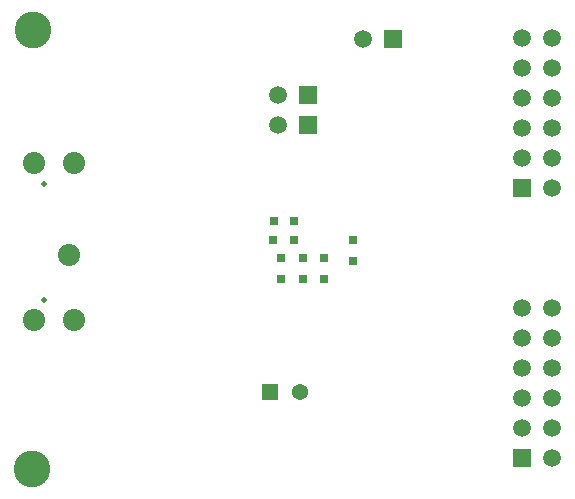
<source format=gbr>
%TF.GenerationSoftware,Altium Limited,Altium Designer,19.1.7 (138)*%
G04 Layer_Color=255*
%FSLAX45Y45*%
%MOMM*%
%TF.FileFunction,Pads,Bot*%
%TF.Part,Single*%
G01*
G75*
%TA.AperFunction,SMDPad,CuDef*%
%ADD12R,0.80000X0.80000*%
%ADD18R,0.80000X0.80000*%
%TA.AperFunction,ComponentPad*%
%ADD26C,1.37000*%
%ADD27R,1.37000X1.37000*%
%ADD28C,1.50000*%
%ADD29R,1.50000X1.50000*%
%TA.AperFunction,WasherPad*%
%ADD30C,3.10000*%
%TA.AperFunction,ComponentPad*%
%ADD31C,1.87500*%
%ADD32C,0.50000*%
D12*
X5640196Y5689608D02*
D03*
X5815196D02*
D03*
X5811270Y5521881D02*
D03*
X5636270D02*
D03*
D18*
X6311900Y5524500D02*
D03*
Y5349500D02*
D03*
X6070592Y5195696D02*
D03*
Y5370696D02*
D03*
X5890167Y5195696D02*
D03*
Y5370696D02*
D03*
X5702292Y5195696D02*
D03*
Y5370696D02*
D03*
D26*
X5867400Y4241800D02*
D03*
D27*
X5613400D02*
D03*
D28*
X6396000Y7225000D02*
D03*
X5677723Y6502325D02*
D03*
Y6756325D02*
D03*
X8001000Y3683000D02*
D03*
X7747000Y3937000D02*
D03*
Y4191000D02*
D03*
Y4445000D02*
D03*
Y4699000D02*
D03*
Y4953000D02*
D03*
X8001000Y3937000D02*
D03*
Y4191000D02*
D03*
Y4445000D02*
D03*
Y4699000D02*
D03*
Y4953000D02*
D03*
Y5969000D02*
D03*
X7747000Y6223000D02*
D03*
Y6477000D02*
D03*
Y6731000D02*
D03*
Y6985000D02*
D03*
Y7239000D02*
D03*
X8001000Y6223000D02*
D03*
Y6477000D02*
D03*
Y6731000D02*
D03*
Y6985000D02*
D03*
Y7239000D02*
D03*
D29*
X6650000Y7225000D02*
D03*
X5931723Y6502325D02*
D03*
Y6756325D02*
D03*
X7747000Y3683000D02*
D03*
Y5969000D02*
D03*
D30*
X3594861Y3588206D02*
D03*
X3600000Y7300000D02*
D03*
D31*
X3615500Y6176000D02*
D03*
Y4846000D02*
D03*
X3950500D02*
D03*
X3910500Y5401000D02*
D03*
X3950500Y6176000D02*
D03*
D32*
X3700500Y6001000D02*
D03*
Y5021000D02*
D03*
%TF.MD5,8a30e09dff7187f43bf261c5a6bd4599*%
M02*

</source>
